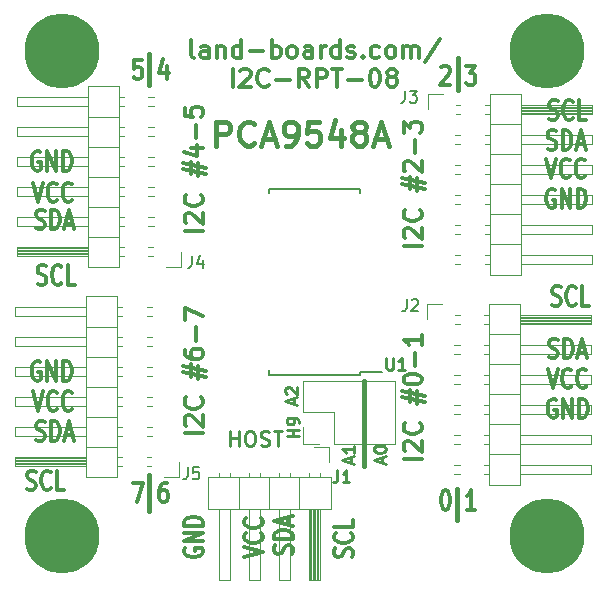
<source format=gto>
%TF.GenerationSoftware,KiCad,Pcbnew,(6.0.1)*%
%TF.CreationDate,2022-05-17T18:17:59-04:00*%
%TF.ProjectId,I2C-RPT-08,4932432d-5250-4542-9d30-382e6b696361,2*%
%TF.SameCoordinates,Original*%
%TF.FileFunction,Legend,Top*%
%TF.FilePolarity,Positive*%
%FSLAX46Y46*%
G04 Gerber Fmt 4.6, Leading zero omitted, Abs format (unit mm)*
G04 Created by KiCad (PCBNEW (6.0.1)) date 2022-05-17 18:17:59*
%MOMM*%
%LPD*%
G01*
G04 APERTURE LIST*
%ADD10C,0.381000*%
%ADD11C,0.304800*%
%ADD12C,0.254000*%
%ADD13C,0.150000*%
%ADD14C,0.120000*%
%ADD15C,6.350000*%
G04 APERTURE END LIST*
D10*
X184505600Y-111887000D02*
X184505600Y-119126000D01*
X192532000Y-87249000D02*
X192532000Y-84582000D01*
X192405000Y-123698000D02*
X192405000Y-121031000D01*
X166370000Y-86868000D02*
X166370000Y-84201000D01*
X166370000Y-122936000D02*
X166370000Y-119888000D01*
D11*
X170869428Y-99205142D02*
X169345428Y-99205142D01*
X169490571Y-98552000D02*
X169418000Y-98479428D01*
X169345428Y-98334285D01*
X169345428Y-97971428D01*
X169418000Y-97826285D01*
X169490571Y-97753714D01*
X169635714Y-97681142D01*
X169780857Y-97681142D01*
X169998571Y-97753714D01*
X170869428Y-98624571D01*
X170869428Y-97681142D01*
X170724285Y-96157142D02*
X170796857Y-96229714D01*
X170869428Y-96447428D01*
X170869428Y-96592571D01*
X170796857Y-96810285D01*
X170651714Y-96955428D01*
X170506571Y-97028000D01*
X170216285Y-97100571D01*
X169998571Y-97100571D01*
X169708285Y-97028000D01*
X169563142Y-96955428D01*
X169418000Y-96810285D01*
X169345428Y-96592571D01*
X169345428Y-96447428D01*
X169418000Y-96229714D01*
X169490571Y-96157142D01*
X169853428Y-94415428D02*
X169853428Y-93326857D01*
X169200285Y-93980000D02*
X171159714Y-94415428D01*
X170506571Y-93472000D02*
X170506571Y-94560571D01*
X171159714Y-93907428D02*
X169200285Y-93472000D01*
X169853428Y-92165714D02*
X170869428Y-92165714D01*
X169272857Y-92528571D02*
X170361428Y-92891428D01*
X170361428Y-91948000D01*
X170288857Y-91367428D02*
X170288857Y-90206285D01*
X169345428Y-88754857D02*
X169345428Y-89480571D01*
X170071142Y-89553142D01*
X169998571Y-89480571D01*
X169926000Y-89335428D01*
X169926000Y-88972571D01*
X169998571Y-88827428D01*
X170071142Y-88754857D01*
X170216285Y-88682285D01*
X170579142Y-88682285D01*
X170724285Y-88754857D01*
X170796857Y-88827428D01*
X170869428Y-88972571D01*
X170869428Y-89335428D01*
X170796857Y-89480571D01*
X170724285Y-89553142D01*
X189411428Y-100475142D02*
X187887428Y-100475142D01*
X188032571Y-99822000D02*
X187960000Y-99749428D01*
X187887428Y-99604285D01*
X187887428Y-99241428D01*
X187960000Y-99096285D01*
X188032571Y-99023714D01*
X188177714Y-98951142D01*
X188322857Y-98951142D01*
X188540571Y-99023714D01*
X189411428Y-99894571D01*
X189411428Y-98951142D01*
X189266285Y-97427142D02*
X189338857Y-97499714D01*
X189411428Y-97717428D01*
X189411428Y-97862571D01*
X189338857Y-98080285D01*
X189193714Y-98225428D01*
X189048571Y-98298000D01*
X188758285Y-98370571D01*
X188540571Y-98370571D01*
X188250285Y-98298000D01*
X188105142Y-98225428D01*
X187960000Y-98080285D01*
X187887428Y-97862571D01*
X187887428Y-97717428D01*
X187960000Y-97499714D01*
X188032571Y-97427142D01*
X188395428Y-95685428D02*
X188395428Y-94596857D01*
X187742285Y-95250000D02*
X189701714Y-95685428D01*
X189048571Y-94742000D02*
X189048571Y-95830571D01*
X189701714Y-95177428D02*
X187742285Y-94742000D01*
X188032571Y-94161428D02*
X187960000Y-94088857D01*
X187887428Y-93943714D01*
X187887428Y-93580857D01*
X187960000Y-93435714D01*
X188032571Y-93363142D01*
X188177714Y-93290571D01*
X188322857Y-93290571D01*
X188540571Y-93363142D01*
X189411428Y-94234000D01*
X189411428Y-93290571D01*
X188830857Y-92637428D02*
X188830857Y-91476285D01*
X187887428Y-90895714D02*
X187887428Y-89952285D01*
X188468000Y-90460285D01*
X188468000Y-90242571D01*
X188540571Y-90097428D01*
X188613142Y-90024857D01*
X188758285Y-89952285D01*
X189121142Y-89952285D01*
X189266285Y-90024857D01*
X189338857Y-90097428D01*
X189411428Y-90242571D01*
X189411428Y-90678000D01*
X189338857Y-90823142D01*
X189266285Y-90895714D01*
X189411428Y-118509142D02*
X187887428Y-118509142D01*
X188032571Y-117856000D02*
X187960000Y-117783428D01*
X187887428Y-117638285D01*
X187887428Y-117275428D01*
X187960000Y-117130285D01*
X188032571Y-117057714D01*
X188177714Y-116985142D01*
X188322857Y-116985142D01*
X188540571Y-117057714D01*
X189411428Y-117928571D01*
X189411428Y-116985142D01*
X189266285Y-115461142D02*
X189338857Y-115533714D01*
X189411428Y-115751428D01*
X189411428Y-115896571D01*
X189338857Y-116114285D01*
X189193714Y-116259428D01*
X189048571Y-116332000D01*
X188758285Y-116404571D01*
X188540571Y-116404571D01*
X188250285Y-116332000D01*
X188105142Y-116259428D01*
X187960000Y-116114285D01*
X187887428Y-115896571D01*
X187887428Y-115751428D01*
X187960000Y-115533714D01*
X188032571Y-115461142D01*
X188395428Y-113719428D02*
X188395428Y-112630857D01*
X187742285Y-113284000D02*
X189701714Y-113719428D01*
X189048571Y-112776000D02*
X189048571Y-113864571D01*
X189701714Y-113211428D02*
X187742285Y-112776000D01*
X187887428Y-111832571D02*
X187887428Y-111687428D01*
X187960000Y-111542285D01*
X188032571Y-111469714D01*
X188177714Y-111397142D01*
X188468000Y-111324571D01*
X188830857Y-111324571D01*
X189121142Y-111397142D01*
X189266285Y-111469714D01*
X189338857Y-111542285D01*
X189411428Y-111687428D01*
X189411428Y-111832571D01*
X189338857Y-111977714D01*
X189266285Y-112050285D01*
X189121142Y-112122857D01*
X188830857Y-112195428D01*
X188468000Y-112195428D01*
X188177714Y-112122857D01*
X188032571Y-112050285D01*
X187960000Y-111977714D01*
X187887428Y-111832571D01*
X188830857Y-110671428D02*
X188830857Y-109510285D01*
X189411428Y-107986285D02*
X189411428Y-108857142D01*
X189411428Y-108421714D02*
X187887428Y-108421714D01*
X188105142Y-108566857D01*
X188250285Y-108712000D01*
X188322857Y-108857142D01*
X191067024Y-85359119D02*
X191127500Y-85280500D01*
X191248453Y-85201880D01*
X191550834Y-85201880D01*
X191671786Y-85280500D01*
X191732262Y-85359119D01*
X191792739Y-85516357D01*
X191792739Y-85673595D01*
X191732262Y-85909452D01*
X191006548Y-86852880D01*
X191792739Y-86852880D01*
X193183691Y-85201880D02*
X193969881Y-85201880D01*
X193546548Y-85830833D01*
X193727977Y-85830833D01*
X193848929Y-85909452D01*
X193909405Y-85988071D01*
X193969881Y-86145309D01*
X193969881Y-86538404D01*
X193909405Y-86695642D01*
X193848929Y-86774261D01*
X193727977Y-86852880D01*
X193365120Y-86852880D01*
X193244167Y-86774261D01*
X193183691Y-86695642D01*
X164971548Y-120507880D02*
X165818215Y-120507880D01*
X165273929Y-122158880D01*
X167813929Y-120507880D02*
X167572024Y-120507880D01*
X167451072Y-120586500D01*
X167390596Y-120665119D01*
X167269643Y-120900976D01*
X167209167Y-121215452D01*
X167209167Y-121844404D01*
X167269643Y-122001642D01*
X167330120Y-122080261D01*
X167451072Y-122158880D01*
X167692977Y-122158880D01*
X167813929Y-122080261D01*
X167874405Y-122001642D01*
X167934881Y-121844404D01*
X167934881Y-121451309D01*
X167874405Y-121294071D01*
X167813929Y-121215452D01*
X167692977Y-121136833D01*
X167451072Y-121136833D01*
X167330120Y-121215452D01*
X167269643Y-121294071D01*
X167209167Y-121451309D01*
X165697262Y-84693880D02*
X165092500Y-84693880D01*
X165032024Y-85480071D01*
X165092500Y-85401452D01*
X165213453Y-85322833D01*
X165515834Y-85322833D01*
X165636786Y-85401452D01*
X165697262Y-85480071D01*
X165757739Y-85637309D01*
X165757739Y-86030404D01*
X165697262Y-86187642D01*
X165636786Y-86266261D01*
X165515834Y-86344880D01*
X165213453Y-86344880D01*
X165092500Y-86266261D01*
X165032024Y-86187642D01*
X167813929Y-85244214D02*
X167813929Y-86344880D01*
X167511548Y-84615261D02*
X167209167Y-85794547D01*
X167995358Y-85794547D01*
X191369405Y-121142880D02*
X191490358Y-121142880D01*
X191611310Y-121221500D01*
X191671786Y-121300119D01*
X191732262Y-121457357D01*
X191792739Y-121771833D01*
X191792739Y-122164928D01*
X191732262Y-122479404D01*
X191671786Y-122636642D01*
X191611310Y-122715261D01*
X191490358Y-122793880D01*
X191369405Y-122793880D01*
X191248453Y-122715261D01*
X191187977Y-122636642D01*
X191127500Y-122479404D01*
X191067024Y-122164928D01*
X191067024Y-121771833D01*
X191127500Y-121457357D01*
X191187977Y-121300119D01*
X191248453Y-121221500D01*
X191369405Y-121142880D01*
X193969881Y-122793880D02*
X193244167Y-122793880D01*
X193607024Y-122793880D02*
X193607024Y-121142880D01*
X193486072Y-121378738D01*
X193365120Y-121535976D01*
X193244167Y-121614595D01*
D12*
X183430333Y-118835714D02*
X183430333Y-118351904D01*
X183720619Y-118932476D02*
X182704619Y-118593809D01*
X183720619Y-118255142D01*
X183720619Y-117384285D02*
X183720619Y-117964857D01*
X183720619Y-117674571D02*
X182704619Y-117674571D01*
X182849761Y-117771333D01*
X182946523Y-117868095D01*
X182994904Y-117964857D01*
D11*
X156777024Y-116873261D02*
X156958453Y-116951880D01*
X157260834Y-116951880D01*
X157381786Y-116873261D01*
X157442262Y-116794642D01*
X157502739Y-116637404D01*
X157502739Y-116480166D01*
X157442262Y-116322928D01*
X157381786Y-116244309D01*
X157260834Y-116165690D01*
X157018929Y-116087071D01*
X156897977Y-116008452D01*
X156837500Y-115929833D01*
X156777024Y-115772595D01*
X156777024Y-115615357D01*
X156837500Y-115458119D01*
X156897977Y-115379500D01*
X157018929Y-115300880D01*
X157321310Y-115300880D01*
X157502739Y-115379500D01*
X158047024Y-116951880D02*
X158047024Y-115300880D01*
X158349405Y-115300880D01*
X158530834Y-115379500D01*
X158651786Y-115536738D01*
X158712262Y-115693976D01*
X158772739Y-116008452D01*
X158772739Y-116244309D01*
X158712262Y-116558785D01*
X158651786Y-116716023D01*
X158530834Y-116873261D01*
X158349405Y-116951880D01*
X158047024Y-116951880D01*
X159256548Y-116480166D02*
X159861310Y-116480166D01*
X159135596Y-116951880D02*
X159558929Y-115300880D01*
X159982262Y-116951880D01*
X200682739Y-95694500D02*
X200561786Y-95615880D01*
X200380358Y-95615880D01*
X200198929Y-95694500D01*
X200077977Y-95851738D01*
X200017500Y-96008976D01*
X199957024Y-96323452D01*
X199957024Y-96559309D01*
X200017500Y-96873785D01*
X200077977Y-97031023D01*
X200198929Y-97188261D01*
X200380358Y-97266880D01*
X200501310Y-97266880D01*
X200682739Y-97188261D01*
X200743215Y-97109642D01*
X200743215Y-96559309D01*
X200501310Y-96559309D01*
X201287500Y-97266880D02*
X201287500Y-95615880D01*
X202013215Y-97266880D01*
X202013215Y-95615880D01*
X202617977Y-97266880D02*
X202617977Y-95615880D01*
X202920358Y-95615880D01*
X203101786Y-95694500D01*
X203222739Y-95851738D01*
X203283215Y-96008976D01*
X203343691Y-96323452D01*
X203343691Y-96559309D01*
X203283215Y-96873785D01*
X203222739Y-97031023D01*
X203101786Y-97188261D01*
X202920358Y-97266880D01*
X202617977Y-97266880D01*
D12*
X186097333Y-118835714D02*
X186097333Y-118351904D01*
X186387619Y-118932476D02*
X185371619Y-118593809D01*
X186387619Y-118255142D01*
X185371619Y-117722952D02*
X185371619Y-117626190D01*
X185420000Y-117529428D01*
X185468380Y-117481047D01*
X185565142Y-117432666D01*
X185758666Y-117384285D01*
X186000571Y-117384285D01*
X186194095Y-117432666D01*
X186290857Y-117481047D01*
X186339238Y-117529428D01*
X186387619Y-117626190D01*
X186387619Y-117722952D01*
X186339238Y-117819714D01*
X186290857Y-117868095D01*
X186194095Y-117916476D01*
X186000571Y-117964857D01*
X185758666Y-117964857D01*
X185565142Y-117916476D01*
X185468380Y-117868095D01*
X185420000Y-117819714D01*
X185371619Y-117722952D01*
D11*
X200211024Y-89695261D02*
X200392453Y-89773880D01*
X200694834Y-89773880D01*
X200815786Y-89695261D01*
X200876262Y-89616642D01*
X200936739Y-89459404D01*
X200936739Y-89302166D01*
X200876262Y-89144928D01*
X200815786Y-89066309D01*
X200694834Y-88987690D01*
X200452929Y-88909071D01*
X200331977Y-88830452D01*
X200271500Y-88751833D01*
X200211024Y-88594595D01*
X200211024Y-88437357D01*
X200271500Y-88280119D01*
X200331977Y-88201500D01*
X200452929Y-88122880D01*
X200755310Y-88122880D01*
X200936739Y-88201500D01*
X202206739Y-89616642D02*
X202146262Y-89695261D01*
X201964834Y-89773880D01*
X201843881Y-89773880D01*
X201662453Y-89695261D01*
X201541500Y-89538023D01*
X201481024Y-89380785D01*
X201420548Y-89066309D01*
X201420548Y-88830452D01*
X201481024Y-88515976D01*
X201541500Y-88358738D01*
X201662453Y-88201500D01*
X201843881Y-88122880D01*
X201964834Y-88122880D01*
X202146262Y-88201500D01*
X202206739Y-88280119D01*
X203355786Y-89773880D02*
X202751024Y-89773880D01*
X202751024Y-88122880D01*
X200084024Y-92235261D02*
X200265453Y-92313880D01*
X200567834Y-92313880D01*
X200688786Y-92235261D01*
X200749262Y-92156642D01*
X200809739Y-91999404D01*
X200809739Y-91842166D01*
X200749262Y-91684928D01*
X200688786Y-91606309D01*
X200567834Y-91527690D01*
X200325929Y-91449071D01*
X200204977Y-91370452D01*
X200144500Y-91291833D01*
X200084024Y-91134595D01*
X200084024Y-90977357D01*
X200144500Y-90820119D01*
X200204977Y-90741500D01*
X200325929Y-90662880D01*
X200628310Y-90662880D01*
X200809739Y-90741500D01*
X201354024Y-92313880D02*
X201354024Y-90662880D01*
X201656405Y-90662880D01*
X201837834Y-90741500D01*
X201958786Y-90898738D01*
X202019262Y-91055976D01*
X202079739Y-91370452D01*
X202079739Y-91606309D01*
X202019262Y-91920785D01*
X201958786Y-92078023D01*
X201837834Y-92235261D01*
X201656405Y-92313880D01*
X201354024Y-92313880D01*
X202563548Y-91842166D02*
X203168310Y-91842166D01*
X202442596Y-92313880D02*
X202865929Y-90662880D01*
X203289262Y-92313880D01*
X157121739Y-110299500D02*
X157000786Y-110220880D01*
X156819358Y-110220880D01*
X156637929Y-110299500D01*
X156516977Y-110456738D01*
X156456500Y-110613976D01*
X156396024Y-110928452D01*
X156396024Y-111164309D01*
X156456500Y-111478785D01*
X156516977Y-111636023D01*
X156637929Y-111793261D01*
X156819358Y-111871880D01*
X156940310Y-111871880D01*
X157121739Y-111793261D01*
X157182215Y-111714642D01*
X157182215Y-111164309D01*
X156940310Y-111164309D01*
X157726500Y-111871880D02*
X157726500Y-110220880D01*
X158452215Y-111871880D01*
X158452215Y-110220880D01*
X159056977Y-111871880D02*
X159056977Y-110220880D01*
X159359358Y-110220880D01*
X159540786Y-110299500D01*
X159661739Y-110456738D01*
X159722215Y-110613976D01*
X159782691Y-110928452D01*
X159782691Y-111164309D01*
X159722215Y-111478785D01*
X159661739Y-111636023D01*
X159540786Y-111793261D01*
X159359358Y-111871880D01*
X159056977Y-111871880D01*
X199963072Y-93075880D02*
X200386405Y-94726880D01*
X200809739Y-93075880D01*
X201958786Y-94569642D02*
X201898310Y-94648261D01*
X201716881Y-94726880D01*
X201595929Y-94726880D01*
X201414500Y-94648261D01*
X201293548Y-94491023D01*
X201233072Y-94333785D01*
X201172596Y-94019309D01*
X201172596Y-93783452D01*
X201233072Y-93468976D01*
X201293548Y-93311738D01*
X201414500Y-93154500D01*
X201595929Y-93075880D01*
X201716881Y-93075880D01*
X201898310Y-93154500D01*
X201958786Y-93233119D01*
X203228786Y-94569642D02*
X203168310Y-94648261D01*
X202986881Y-94726880D01*
X202865929Y-94726880D01*
X202684500Y-94648261D01*
X202563548Y-94491023D01*
X202503072Y-94333785D01*
X202442596Y-94019309D01*
X202442596Y-93783452D01*
X202503072Y-93468976D01*
X202563548Y-93311738D01*
X202684500Y-93154500D01*
X202865929Y-93075880D01*
X202986881Y-93075880D01*
X203168310Y-93154500D01*
X203228786Y-93233119D01*
X200090072Y-110855880D02*
X200513405Y-112506880D01*
X200936739Y-110855880D01*
X202085786Y-112349642D02*
X202025310Y-112428261D01*
X201843881Y-112506880D01*
X201722929Y-112506880D01*
X201541500Y-112428261D01*
X201420548Y-112271023D01*
X201360072Y-112113785D01*
X201299596Y-111799309D01*
X201299596Y-111563452D01*
X201360072Y-111248976D01*
X201420548Y-111091738D01*
X201541500Y-110934500D01*
X201722929Y-110855880D01*
X201843881Y-110855880D01*
X202025310Y-110934500D01*
X202085786Y-111013119D01*
X203355786Y-112349642D02*
X203295310Y-112428261D01*
X203113881Y-112506880D01*
X202992929Y-112506880D01*
X202811500Y-112428261D01*
X202690548Y-112271023D01*
X202630072Y-112113785D01*
X202569596Y-111799309D01*
X202569596Y-111563452D01*
X202630072Y-111248976D01*
X202690548Y-111091738D01*
X202811500Y-110934500D01*
X202992929Y-110855880D01*
X203113881Y-110855880D01*
X203295310Y-110934500D01*
X203355786Y-111013119D01*
D10*
X172036619Y-91978238D02*
X172036619Y-89946238D01*
X172810714Y-89946238D01*
X173004238Y-90043000D01*
X173101000Y-90139761D01*
X173197761Y-90333285D01*
X173197761Y-90623571D01*
X173101000Y-90817095D01*
X173004238Y-90913857D01*
X172810714Y-91010619D01*
X172036619Y-91010619D01*
X175229761Y-91784714D02*
X175133000Y-91881476D01*
X174842714Y-91978238D01*
X174649190Y-91978238D01*
X174358904Y-91881476D01*
X174165380Y-91687952D01*
X174068619Y-91494428D01*
X173971857Y-91107380D01*
X173971857Y-90817095D01*
X174068619Y-90430047D01*
X174165380Y-90236523D01*
X174358904Y-90043000D01*
X174649190Y-89946238D01*
X174842714Y-89946238D01*
X175133000Y-90043000D01*
X175229761Y-90139761D01*
X176003857Y-91397666D02*
X176971476Y-91397666D01*
X175810333Y-91978238D02*
X176487666Y-89946238D01*
X177165000Y-91978238D01*
X177939095Y-91978238D02*
X178326142Y-91978238D01*
X178519666Y-91881476D01*
X178616428Y-91784714D01*
X178809952Y-91494428D01*
X178906714Y-91107380D01*
X178906714Y-90333285D01*
X178809952Y-90139761D01*
X178713190Y-90043000D01*
X178519666Y-89946238D01*
X178132619Y-89946238D01*
X177939095Y-90043000D01*
X177842333Y-90139761D01*
X177745571Y-90333285D01*
X177745571Y-90817095D01*
X177842333Y-91010619D01*
X177939095Y-91107380D01*
X178132619Y-91204142D01*
X178519666Y-91204142D01*
X178713190Y-91107380D01*
X178809952Y-91010619D01*
X178906714Y-90817095D01*
X180745190Y-89946238D02*
X179777571Y-89946238D01*
X179680809Y-90913857D01*
X179777571Y-90817095D01*
X179971095Y-90720333D01*
X180454904Y-90720333D01*
X180648428Y-90817095D01*
X180745190Y-90913857D01*
X180841952Y-91107380D01*
X180841952Y-91591190D01*
X180745190Y-91784714D01*
X180648428Y-91881476D01*
X180454904Y-91978238D01*
X179971095Y-91978238D01*
X179777571Y-91881476D01*
X179680809Y-91784714D01*
X182583666Y-90623571D02*
X182583666Y-91978238D01*
X182099857Y-89849476D02*
X181616047Y-91300904D01*
X182873952Y-91300904D01*
X183938333Y-90817095D02*
X183744809Y-90720333D01*
X183648047Y-90623571D01*
X183551285Y-90430047D01*
X183551285Y-90333285D01*
X183648047Y-90139761D01*
X183744809Y-90043000D01*
X183938333Y-89946238D01*
X184325380Y-89946238D01*
X184518904Y-90043000D01*
X184615666Y-90139761D01*
X184712428Y-90333285D01*
X184712428Y-90430047D01*
X184615666Y-90623571D01*
X184518904Y-90720333D01*
X184325380Y-90817095D01*
X183938333Y-90817095D01*
X183744809Y-90913857D01*
X183648047Y-91010619D01*
X183551285Y-91204142D01*
X183551285Y-91591190D01*
X183648047Y-91784714D01*
X183744809Y-91881476D01*
X183938333Y-91978238D01*
X184325380Y-91978238D01*
X184518904Y-91881476D01*
X184615666Y-91784714D01*
X184712428Y-91591190D01*
X184712428Y-91204142D01*
X184615666Y-91010619D01*
X184518904Y-90913857D01*
X184325380Y-90817095D01*
X185486523Y-91397666D02*
X186454142Y-91397666D01*
X185293000Y-91978238D02*
X185970333Y-89946238D01*
X186647666Y-91978238D01*
D11*
X156777024Y-98966261D02*
X156958453Y-99044880D01*
X157260834Y-99044880D01*
X157381786Y-98966261D01*
X157442262Y-98887642D01*
X157502739Y-98730404D01*
X157502739Y-98573166D01*
X157442262Y-98415928D01*
X157381786Y-98337309D01*
X157260834Y-98258690D01*
X157018929Y-98180071D01*
X156897977Y-98101452D01*
X156837500Y-98022833D01*
X156777024Y-97865595D01*
X156777024Y-97708357D01*
X156837500Y-97551119D01*
X156897977Y-97472500D01*
X157018929Y-97393880D01*
X157321310Y-97393880D01*
X157502739Y-97472500D01*
X158047024Y-99044880D02*
X158047024Y-97393880D01*
X158349405Y-97393880D01*
X158530834Y-97472500D01*
X158651786Y-97629738D01*
X158712262Y-97786976D01*
X158772739Y-98101452D01*
X158772739Y-98337309D01*
X158712262Y-98651785D01*
X158651786Y-98809023D01*
X158530834Y-98966261D01*
X158349405Y-99044880D01*
X158047024Y-99044880D01*
X159256548Y-98573166D02*
X159861310Y-98573166D01*
X159135596Y-99044880D02*
X159558929Y-97393880D01*
X159982262Y-99044880D01*
X156529072Y-112760880D02*
X156952405Y-114411880D01*
X157375739Y-112760880D01*
X158524786Y-114254642D02*
X158464310Y-114333261D01*
X158282881Y-114411880D01*
X158161929Y-114411880D01*
X157980500Y-114333261D01*
X157859548Y-114176023D01*
X157799072Y-114018785D01*
X157738596Y-113704309D01*
X157738596Y-113468452D01*
X157799072Y-113153976D01*
X157859548Y-112996738D01*
X157980500Y-112839500D01*
X158161929Y-112760880D01*
X158282881Y-112760880D01*
X158464310Y-112839500D01*
X158524786Y-112918119D01*
X159794786Y-114254642D02*
X159734310Y-114333261D01*
X159552881Y-114411880D01*
X159431929Y-114411880D01*
X159250500Y-114333261D01*
X159129548Y-114176023D01*
X159069072Y-114018785D01*
X159008596Y-113704309D01*
X159008596Y-113468452D01*
X159069072Y-113153976D01*
X159129548Y-112996738D01*
X159250500Y-112839500D01*
X159431929Y-112760880D01*
X159552881Y-112760880D01*
X159734310Y-112839500D01*
X159794786Y-112918119D01*
X178468261Y-126559975D02*
X178546880Y-126378546D01*
X178546880Y-126076165D01*
X178468261Y-125955213D01*
X178389642Y-125894737D01*
X178232404Y-125834260D01*
X178075166Y-125834260D01*
X177917928Y-125894737D01*
X177839309Y-125955213D01*
X177760690Y-126076165D01*
X177682071Y-126318070D01*
X177603452Y-126439022D01*
X177524833Y-126499499D01*
X177367595Y-126559975D01*
X177210357Y-126559975D01*
X177053119Y-126499499D01*
X176974500Y-126439022D01*
X176895880Y-126318070D01*
X176895880Y-126015689D01*
X176974500Y-125834260D01*
X178546880Y-125289975D02*
X176895880Y-125289975D01*
X176895880Y-124987594D01*
X176974500Y-124806165D01*
X177131738Y-124685213D01*
X177288976Y-124624737D01*
X177603452Y-124564260D01*
X177839309Y-124564260D01*
X178153785Y-124624737D01*
X178311023Y-124685213D01*
X178468261Y-124806165D01*
X178546880Y-124987594D01*
X178546880Y-125289975D01*
X178075166Y-124080451D02*
X178075166Y-123475689D01*
X178546880Y-124201403D02*
X176895880Y-123778070D01*
X178546880Y-123354737D01*
X174355880Y-126807927D02*
X176006880Y-126384594D01*
X174355880Y-125961260D01*
X175849642Y-124812213D02*
X175928261Y-124872689D01*
X176006880Y-125054118D01*
X176006880Y-125175070D01*
X175928261Y-125356499D01*
X175771023Y-125477451D01*
X175613785Y-125537927D01*
X175299309Y-125598403D01*
X175063452Y-125598403D01*
X174748976Y-125537927D01*
X174591738Y-125477451D01*
X174434500Y-125356499D01*
X174355880Y-125175070D01*
X174355880Y-125054118D01*
X174434500Y-124872689D01*
X174513119Y-124812213D01*
X175849642Y-123542213D02*
X175928261Y-123602689D01*
X176006880Y-123784118D01*
X176006880Y-123905070D01*
X175928261Y-124086499D01*
X175771023Y-124207451D01*
X175613785Y-124267927D01*
X175299309Y-124328403D01*
X175063452Y-124328403D01*
X174748976Y-124267927D01*
X174591738Y-124207451D01*
X174434500Y-124086499D01*
X174355880Y-123905070D01*
X174355880Y-123784118D01*
X174434500Y-123602689D01*
X174513119Y-123542213D01*
X156904024Y-103665261D02*
X157085453Y-103743880D01*
X157387834Y-103743880D01*
X157508786Y-103665261D01*
X157569262Y-103586642D01*
X157629739Y-103429404D01*
X157629739Y-103272166D01*
X157569262Y-103114928D01*
X157508786Y-103036309D01*
X157387834Y-102957690D01*
X157145929Y-102879071D01*
X157024977Y-102800452D01*
X156964500Y-102721833D01*
X156904024Y-102564595D01*
X156904024Y-102407357D01*
X156964500Y-102250119D01*
X157024977Y-102171500D01*
X157145929Y-102092880D01*
X157448310Y-102092880D01*
X157629739Y-102171500D01*
X158899739Y-103586642D02*
X158839262Y-103665261D01*
X158657834Y-103743880D01*
X158536881Y-103743880D01*
X158355453Y-103665261D01*
X158234500Y-103508023D01*
X158174024Y-103350785D01*
X158113548Y-103036309D01*
X158113548Y-102800452D01*
X158174024Y-102485976D01*
X158234500Y-102328738D01*
X158355453Y-102171500D01*
X158536881Y-102092880D01*
X158657834Y-102092880D01*
X158839262Y-102171500D01*
X158899739Y-102250119D01*
X160048786Y-103743880D02*
X159444024Y-103743880D01*
X159444024Y-102092880D01*
D12*
X173187480Y-117414523D02*
X173187480Y-116144523D01*
X173187480Y-116749285D02*
X173913195Y-116749285D01*
X173913195Y-117414523D02*
X173913195Y-116144523D01*
X174759861Y-116144523D02*
X175001766Y-116144523D01*
X175122719Y-116205000D01*
X175243671Y-116325952D01*
X175304147Y-116567857D01*
X175304147Y-116991190D01*
X175243671Y-117233095D01*
X175122719Y-117354047D01*
X175001766Y-117414523D01*
X174759861Y-117414523D01*
X174638909Y-117354047D01*
X174517957Y-117233095D01*
X174457480Y-116991190D01*
X174457480Y-116567857D01*
X174517957Y-116325952D01*
X174638909Y-116205000D01*
X174759861Y-116144523D01*
X175787957Y-117354047D02*
X175969385Y-117414523D01*
X176271766Y-117414523D01*
X176392719Y-117354047D01*
X176453195Y-117293571D01*
X176513671Y-117172619D01*
X176513671Y-117051666D01*
X176453195Y-116930714D01*
X176392719Y-116870238D01*
X176271766Y-116809761D01*
X176029861Y-116749285D01*
X175908909Y-116688809D01*
X175848433Y-116628333D01*
X175787957Y-116507380D01*
X175787957Y-116386428D01*
X175848433Y-116265476D01*
X175908909Y-116205000D01*
X176029861Y-116144523D01*
X176332242Y-116144523D01*
X176513671Y-116205000D01*
X176876528Y-116144523D02*
X177602242Y-116144523D01*
X177239385Y-117414523D02*
X177239385Y-116144523D01*
D11*
X200465024Y-105443261D02*
X200646453Y-105521880D01*
X200948834Y-105521880D01*
X201069786Y-105443261D01*
X201130262Y-105364642D01*
X201190739Y-105207404D01*
X201190739Y-105050166D01*
X201130262Y-104892928D01*
X201069786Y-104814309D01*
X200948834Y-104735690D01*
X200706929Y-104657071D01*
X200585977Y-104578452D01*
X200525500Y-104499833D01*
X200465024Y-104342595D01*
X200465024Y-104185357D01*
X200525500Y-104028119D01*
X200585977Y-103949500D01*
X200706929Y-103870880D01*
X201009310Y-103870880D01*
X201190739Y-103949500D01*
X202460739Y-105364642D02*
X202400262Y-105443261D01*
X202218834Y-105521880D01*
X202097881Y-105521880D01*
X201916453Y-105443261D01*
X201795500Y-105286023D01*
X201735024Y-105128785D01*
X201674548Y-104814309D01*
X201674548Y-104578452D01*
X201735024Y-104263976D01*
X201795500Y-104106738D01*
X201916453Y-103949500D01*
X202097881Y-103870880D01*
X202218834Y-103870880D01*
X202400262Y-103949500D01*
X202460739Y-104028119D01*
X203609786Y-105521880D02*
X203005024Y-105521880D01*
X203005024Y-103870880D01*
X200809739Y-113474500D02*
X200688786Y-113395880D01*
X200507358Y-113395880D01*
X200325929Y-113474500D01*
X200204977Y-113631738D01*
X200144500Y-113788976D01*
X200084024Y-114103452D01*
X200084024Y-114339309D01*
X200144500Y-114653785D01*
X200204977Y-114811023D01*
X200325929Y-114968261D01*
X200507358Y-115046880D01*
X200628310Y-115046880D01*
X200809739Y-114968261D01*
X200870215Y-114889642D01*
X200870215Y-114339309D01*
X200628310Y-114339309D01*
X201414500Y-115046880D02*
X201414500Y-113395880D01*
X202140215Y-115046880D01*
X202140215Y-113395880D01*
X202744977Y-115046880D02*
X202744977Y-113395880D01*
X203047358Y-113395880D01*
X203228786Y-113474500D01*
X203349739Y-113631738D01*
X203410215Y-113788976D01*
X203470691Y-114103452D01*
X203470691Y-114339309D01*
X203410215Y-114653785D01*
X203349739Y-114811023D01*
X203228786Y-114968261D01*
X203047358Y-115046880D01*
X202744977Y-115046880D01*
X183548261Y-126813975D02*
X183626880Y-126632546D01*
X183626880Y-126330165D01*
X183548261Y-126209213D01*
X183469642Y-126148737D01*
X183312404Y-126088260D01*
X183155166Y-126088260D01*
X182997928Y-126148737D01*
X182919309Y-126209213D01*
X182840690Y-126330165D01*
X182762071Y-126572070D01*
X182683452Y-126693022D01*
X182604833Y-126753499D01*
X182447595Y-126813975D01*
X182290357Y-126813975D01*
X182133119Y-126753499D01*
X182054500Y-126693022D01*
X181975880Y-126572070D01*
X181975880Y-126269689D01*
X182054500Y-126088260D01*
X183469642Y-124818260D02*
X183548261Y-124878737D01*
X183626880Y-125060165D01*
X183626880Y-125181118D01*
X183548261Y-125362546D01*
X183391023Y-125483499D01*
X183233785Y-125543975D01*
X182919309Y-125604451D01*
X182683452Y-125604451D01*
X182368976Y-125543975D01*
X182211738Y-125483499D01*
X182054500Y-125362546D01*
X181975880Y-125181118D01*
X181975880Y-125060165D01*
X182054500Y-124878737D01*
X182133119Y-124818260D01*
X183626880Y-123669213D02*
X183626880Y-124273975D01*
X181975880Y-124273975D01*
X156529072Y-95107880D02*
X156952405Y-96758880D01*
X157375739Y-95107880D01*
X158524786Y-96601642D02*
X158464310Y-96680261D01*
X158282881Y-96758880D01*
X158161929Y-96758880D01*
X157980500Y-96680261D01*
X157859548Y-96523023D01*
X157799072Y-96365785D01*
X157738596Y-96051309D01*
X157738596Y-95815452D01*
X157799072Y-95500976D01*
X157859548Y-95343738D01*
X157980500Y-95186500D01*
X158161929Y-95107880D01*
X158282881Y-95107880D01*
X158464310Y-95186500D01*
X158524786Y-95265119D01*
X159794786Y-96601642D02*
X159734310Y-96680261D01*
X159552881Y-96758880D01*
X159431929Y-96758880D01*
X159250500Y-96680261D01*
X159129548Y-96523023D01*
X159069072Y-96365785D01*
X159008596Y-96051309D01*
X159008596Y-95815452D01*
X159069072Y-95500976D01*
X159129548Y-95343738D01*
X159250500Y-95186500D01*
X159431929Y-95107880D01*
X159552881Y-95107880D01*
X159734310Y-95186500D01*
X159794786Y-95265119D01*
X157121739Y-92519500D02*
X157000786Y-92440880D01*
X156819358Y-92440880D01*
X156637929Y-92519500D01*
X156516977Y-92676738D01*
X156456500Y-92833976D01*
X156396024Y-93148452D01*
X156396024Y-93384309D01*
X156456500Y-93698785D01*
X156516977Y-93856023D01*
X156637929Y-94013261D01*
X156819358Y-94091880D01*
X156940310Y-94091880D01*
X157121739Y-94013261D01*
X157182215Y-93934642D01*
X157182215Y-93384309D01*
X156940310Y-93384309D01*
X157726500Y-94091880D02*
X157726500Y-92440880D01*
X158452215Y-94091880D01*
X158452215Y-92440880D01*
X159056977Y-94091880D02*
X159056977Y-92440880D01*
X159359358Y-92440880D01*
X159540786Y-92519500D01*
X159661739Y-92676738D01*
X159722215Y-92833976D01*
X159782691Y-93148452D01*
X159782691Y-93384309D01*
X159722215Y-93698785D01*
X159661739Y-93856023D01*
X159540786Y-94013261D01*
X159359358Y-94091880D01*
X159056977Y-94091880D01*
X156015024Y-121064261D02*
X156196453Y-121142880D01*
X156498834Y-121142880D01*
X156619786Y-121064261D01*
X156680262Y-120985642D01*
X156740739Y-120828404D01*
X156740739Y-120671166D01*
X156680262Y-120513928D01*
X156619786Y-120435309D01*
X156498834Y-120356690D01*
X156256929Y-120278071D01*
X156135977Y-120199452D01*
X156075500Y-120120833D01*
X156015024Y-119963595D01*
X156015024Y-119806357D01*
X156075500Y-119649119D01*
X156135977Y-119570500D01*
X156256929Y-119491880D01*
X156559310Y-119491880D01*
X156740739Y-119570500D01*
X158010739Y-120985642D02*
X157950262Y-121064261D01*
X157768834Y-121142880D01*
X157647881Y-121142880D01*
X157466453Y-121064261D01*
X157345500Y-120907023D01*
X157285024Y-120749785D01*
X157224548Y-120435309D01*
X157224548Y-120199452D01*
X157285024Y-119884976D01*
X157345500Y-119727738D01*
X157466453Y-119570500D01*
X157647881Y-119491880D01*
X157768834Y-119491880D01*
X157950262Y-119570500D01*
X158010739Y-119649119D01*
X159159786Y-121142880D02*
X158555024Y-121142880D01*
X158555024Y-119491880D01*
D12*
X178604333Y-113882714D02*
X178604333Y-113398904D01*
X178894619Y-113979476D02*
X177878619Y-113640809D01*
X178894619Y-113302142D01*
X177975380Y-113011857D02*
X177927000Y-112963476D01*
X177878619Y-112866714D01*
X177878619Y-112624809D01*
X177927000Y-112528047D01*
X177975380Y-112479666D01*
X178072142Y-112431285D01*
X178168904Y-112431285D01*
X178314047Y-112479666D01*
X178894619Y-113060238D01*
X178894619Y-112431285D01*
D11*
X170143714Y-84552608D02*
X169998571Y-84480037D01*
X169926000Y-84334894D01*
X169926000Y-83028608D01*
X171377428Y-84552608D02*
X171377428Y-83754322D01*
X171304857Y-83609180D01*
X171159714Y-83536608D01*
X170869428Y-83536608D01*
X170724285Y-83609180D01*
X171377428Y-84480037D02*
X171232285Y-84552608D01*
X170869428Y-84552608D01*
X170724285Y-84480037D01*
X170651714Y-84334894D01*
X170651714Y-84189751D01*
X170724285Y-84044608D01*
X170869428Y-83972037D01*
X171232285Y-83972037D01*
X171377428Y-83899465D01*
X172103142Y-83536608D02*
X172103142Y-84552608D01*
X172103142Y-83681751D02*
X172175714Y-83609180D01*
X172320857Y-83536608D01*
X172538571Y-83536608D01*
X172683714Y-83609180D01*
X172756285Y-83754322D01*
X172756285Y-84552608D01*
X174135142Y-84552608D02*
X174135142Y-83028608D01*
X174135142Y-84480037D02*
X173990000Y-84552608D01*
X173699714Y-84552608D01*
X173554571Y-84480037D01*
X173482000Y-84407465D01*
X173409428Y-84262322D01*
X173409428Y-83826894D01*
X173482000Y-83681751D01*
X173554571Y-83609180D01*
X173699714Y-83536608D01*
X173990000Y-83536608D01*
X174135142Y-83609180D01*
X174860857Y-83972037D02*
X176022000Y-83972037D01*
X176747714Y-84552608D02*
X176747714Y-83028608D01*
X176747714Y-83609180D02*
X176892857Y-83536608D01*
X177183142Y-83536608D01*
X177328285Y-83609180D01*
X177400857Y-83681751D01*
X177473428Y-83826894D01*
X177473428Y-84262322D01*
X177400857Y-84407465D01*
X177328285Y-84480037D01*
X177183142Y-84552608D01*
X176892857Y-84552608D01*
X176747714Y-84480037D01*
X178344285Y-84552608D02*
X178199142Y-84480037D01*
X178126571Y-84407465D01*
X178054000Y-84262322D01*
X178054000Y-83826894D01*
X178126571Y-83681751D01*
X178199142Y-83609180D01*
X178344285Y-83536608D01*
X178562000Y-83536608D01*
X178707142Y-83609180D01*
X178779714Y-83681751D01*
X178852285Y-83826894D01*
X178852285Y-84262322D01*
X178779714Y-84407465D01*
X178707142Y-84480037D01*
X178562000Y-84552608D01*
X178344285Y-84552608D01*
X180158571Y-84552608D02*
X180158571Y-83754322D01*
X180086000Y-83609180D01*
X179940857Y-83536608D01*
X179650571Y-83536608D01*
X179505428Y-83609180D01*
X180158571Y-84480037D02*
X180013428Y-84552608D01*
X179650571Y-84552608D01*
X179505428Y-84480037D01*
X179432857Y-84334894D01*
X179432857Y-84189751D01*
X179505428Y-84044608D01*
X179650571Y-83972037D01*
X180013428Y-83972037D01*
X180158571Y-83899465D01*
X180884285Y-84552608D02*
X180884285Y-83536608D01*
X180884285Y-83826894D02*
X180956857Y-83681751D01*
X181029428Y-83609180D01*
X181174571Y-83536608D01*
X181319714Y-83536608D01*
X182480857Y-84552608D02*
X182480857Y-83028608D01*
X182480857Y-84480037D02*
X182335714Y-84552608D01*
X182045428Y-84552608D01*
X181900285Y-84480037D01*
X181827714Y-84407465D01*
X181755142Y-84262322D01*
X181755142Y-83826894D01*
X181827714Y-83681751D01*
X181900285Y-83609180D01*
X182045428Y-83536608D01*
X182335714Y-83536608D01*
X182480857Y-83609180D01*
X183134000Y-84480037D02*
X183279142Y-84552608D01*
X183569428Y-84552608D01*
X183714571Y-84480037D01*
X183787142Y-84334894D01*
X183787142Y-84262322D01*
X183714571Y-84117180D01*
X183569428Y-84044608D01*
X183351714Y-84044608D01*
X183206571Y-83972037D01*
X183134000Y-83826894D01*
X183134000Y-83754322D01*
X183206571Y-83609180D01*
X183351714Y-83536608D01*
X183569428Y-83536608D01*
X183714571Y-83609180D01*
X184440285Y-84407465D02*
X184512857Y-84480037D01*
X184440285Y-84552608D01*
X184367714Y-84480037D01*
X184440285Y-84407465D01*
X184440285Y-84552608D01*
X185819142Y-84480037D02*
X185674000Y-84552608D01*
X185383714Y-84552608D01*
X185238571Y-84480037D01*
X185166000Y-84407465D01*
X185093428Y-84262322D01*
X185093428Y-83826894D01*
X185166000Y-83681751D01*
X185238571Y-83609180D01*
X185383714Y-83536608D01*
X185674000Y-83536608D01*
X185819142Y-83609180D01*
X186690000Y-84552608D02*
X186544857Y-84480037D01*
X186472285Y-84407465D01*
X186399714Y-84262322D01*
X186399714Y-83826894D01*
X186472285Y-83681751D01*
X186544857Y-83609180D01*
X186690000Y-83536608D01*
X186907714Y-83536608D01*
X187052857Y-83609180D01*
X187125428Y-83681751D01*
X187198000Y-83826894D01*
X187198000Y-84262322D01*
X187125428Y-84407465D01*
X187052857Y-84480037D01*
X186907714Y-84552608D01*
X186690000Y-84552608D01*
X187851142Y-84552608D02*
X187851142Y-83536608D01*
X187851142Y-83681751D02*
X187923714Y-83609180D01*
X188068857Y-83536608D01*
X188286571Y-83536608D01*
X188431714Y-83609180D01*
X188504285Y-83754322D01*
X188504285Y-84552608D01*
X188504285Y-83754322D02*
X188576857Y-83609180D01*
X188722000Y-83536608D01*
X188939714Y-83536608D01*
X189084857Y-83609180D01*
X189157428Y-83754322D01*
X189157428Y-84552608D01*
X190971714Y-82956037D02*
X189665428Y-84915465D01*
X173409428Y-87006248D02*
X173409428Y-85482248D01*
X174062571Y-85627391D02*
X174135142Y-85554820D01*
X174280285Y-85482248D01*
X174643142Y-85482248D01*
X174788285Y-85554820D01*
X174860857Y-85627391D01*
X174933428Y-85772534D01*
X174933428Y-85917677D01*
X174860857Y-86135391D01*
X173990000Y-87006248D01*
X174933428Y-87006248D01*
X176457428Y-86861105D02*
X176384857Y-86933677D01*
X176167142Y-87006248D01*
X176022000Y-87006248D01*
X175804285Y-86933677D01*
X175659142Y-86788534D01*
X175586571Y-86643391D01*
X175514000Y-86353105D01*
X175514000Y-86135391D01*
X175586571Y-85845105D01*
X175659142Y-85699962D01*
X175804285Y-85554820D01*
X176022000Y-85482248D01*
X176167142Y-85482248D01*
X176384857Y-85554820D01*
X176457428Y-85627391D01*
X177110571Y-86425677D02*
X178271714Y-86425677D01*
X179868285Y-87006248D02*
X179360285Y-86280534D01*
X178997428Y-87006248D02*
X178997428Y-85482248D01*
X179578000Y-85482248D01*
X179723142Y-85554820D01*
X179795714Y-85627391D01*
X179868285Y-85772534D01*
X179868285Y-85990248D01*
X179795714Y-86135391D01*
X179723142Y-86207962D01*
X179578000Y-86280534D01*
X178997428Y-86280534D01*
X180521428Y-87006248D02*
X180521428Y-85482248D01*
X181102000Y-85482248D01*
X181247142Y-85554820D01*
X181319714Y-85627391D01*
X181392285Y-85772534D01*
X181392285Y-85990248D01*
X181319714Y-86135391D01*
X181247142Y-86207962D01*
X181102000Y-86280534D01*
X180521428Y-86280534D01*
X181827714Y-85482248D02*
X182698571Y-85482248D01*
X182263142Y-87006248D02*
X182263142Y-85482248D01*
X183206571Y-86425677D02*
X184367714Y-86425677D01*
X185383714Y-85482248D02*
X185528857Y-85482248D01*
X185674000Y-85554820D01*
X185746571Y-85627391D01*
X185819142Y-85772534D01*
X185891714Y-86062820D01*
X185891714Y-86425677D01*
X185819142Y-86715962D01*
X185746571Y-86861105D01*
X185674000Y-86933677D01*
X185528857Y-87006248D01*
X185383714Y-87006248D01*
X185238571Y-86933677D01*
X185166000Y-86861105D01*
X185093428Y-86715962D01*
X185020857Y-86425677D01*
X185020857Y-86062820D01*
X185093428Y-85772534D01*
X185166000Y-85627391D01*
X185238571Y-85554820D01*
X185383714Y-85482248D01*
X186762571Y-86135391D02*
X186617428Y-86062820D01*
X186544857Y-85990248D01*
X186472285Y-85845105D01*
X186472285Y-85772534D01*
X186544857Y-85627391D01*
X186617428Y-85554820D01*
X186762571Y-85482248D01*
X187052857Y-85482248D01*
X187198000Y-85554820D01*
X187270571Y-85627391D01*
X187343142Y-85772534D01*
X187343142Y-85845105D01*
X187270571Y-85990248D01*
X187198000Y-86062820D01*
X187052857Y-86135391D01*
X186762571Y-86135391D01*
X186617428Y-86207962D01*
X186544857Y-86280534D01*
X186472285Y-86425677D01*
X186472285Y-86715962D01*
X186544857Y-86861105D01*
X186617428Y-86933677D01*
X186762571Y-87006248D01*
X187052857Y-87006248D01*
X187198000Y-86933677D01*
X187270571Y-86861105D01*
X187343142Y-86715962D01*
X187343142Y-86425677D01*
X187270571Y-86280534D01*
X187198000Y-86207962D01*
X187052857Y-86135391D01*
X170869428Y-116350142D02*
X169345428Y-116350142D01*
X169490571Y-115697000D02*
X169418000Y-115624428D01*
X169345428Y-115479285D01*
X169345428Y-115116428D01*
X169418000Y-114971285D01*
X169490571Y-114898714D01*
X169635714Y-114826142D01*
X169780857Y-114826142D01*
X169998571Y-114898714D01*
X170869428Y-115769571D01*
X170869428Y-114826142D01*
X170724285Y-113302142D02*
X170796857Y-113374714D01*
X170869428Y-113592428D01*
X170869428Y-113737571D01*
X170796857Y-113955285D01*
X170651714Y-114100428D01*
X170506571Y-114173000D01*
X170216285Y-114245571D01*
X169998571Y-114245571D01*
X169708285Y-114173000D01*
X169563142Y-114100428D01*
X169418000Y-113955285D01*
X169345428Y-113737571D01*
X169345428Y-113592428D01*
X169418000Y-113374714D01*
X169490571Y-113302142D01*
X169853428Y-111560428D02*
X169853428Y-110471857D01*
X169200285Y-111125000D02*
X171159714Y-111560428D01*
X170506571Y-110617000D02*
X170506571Y-111705571D01*
X171159714Y-111052428D02*
X169200285Y-110617000D01*
X169345428Y-109310714D02*
X169345428Y-109601000D01*
X169418000Y-109746142D01*
X169490571Y-109818714D01*
X169708285Y-109963857D01*
X169998571Y-110036428D01*
X170579142Y-110036428D01*
X170724285Y-109963857D01*
X170796857Y-109891285D01*
X170869428Y-109746142D01*
X170869428Y-109455857D01*
X170796857Y-109310714D01*
X170724285Y-109238142D01*
X170579142Y-109165571D01*
X170216285Y-109165571D01*
X170071142Y-109238142D01*
X169998571Y-109310714D01*
X169926000Y-109455857D01*
X169926000Y-109746142D01*
X169998571Y-109891285D01*
X170071142Y-109963857D01*
X170216285Y-110036428D01*
X170288857Y-108512428D02*
X170288857Y-107351285D01*
X169345428Y-106770714D02*
X169345428Y-105754714D01*
X170869428Y-106407857D01*
X200211024Y-109888261D02*
X200392453Y-109966880D01*
X200694834Y-109966880D01*
X200815786Y-109888261D01*
X200876262Y-109809642D01*
X200936739Y-109652404D01*
X200936739Y-109495166D01*
X200876262Y-109337928D01*
X200815786Y-109259309D01*
X200694834Y-109180690D01*
X200452929Y-109102071D01*
X200331977Y-109023452D01*
X200271500Y-108944833D01*
X200211024Y-108787595D01*
X200211024Y-108630357D01*
X200271500Y-108473119D01*
X200331977Y-108394500D01*
X200452929Y-108315880D01*
X200755310Y-108315880D01*
X200936739Y-108394500D01*
X201481024Y-109966880D02*
X201481024Y-108315880D01*
X201783405Y-108315880D01*
X201964834Y-108394500D01*
X202085786Y-108551738D01*
X202146262Y-108708976D01*
X202206739Y-109023452D01*
X202206739Y-109259309D01*
X202146262Y-109573785D01*
X202085786Y-109731023D01*
X201964834Y-109888261D01*
X201783405Y-109966880D01*
X201481024Y-109966880D01*
X202690548Y-109495166D02*
X203295310Y-109495166D01*
X202569596Y-109966880D02*
X202992929Y-108315880D01*
X203416262Y-109966880D01*
X169354500Y-126088260D02*
X169275880Y-126209213D01*
X169275880Y-126390641D01*
X169354500Y-126572070D01*
X169511738Y-126693022D01*
X169668976Y-126753499D01*
X169983452Y-126813975D01*
X170219309Y-126813975D01*
X170533785Y-126753499D01*
X170691023Y-126693022D01*
X170848261Y-126572070D01*
X170926880Y-126390641D01*
X170926880Y-126269689D01*
X170848261Y-126088260D01*
X170769642Y-126027784D01*
X170219309Y-126027784D01*
X170219309Y-126269689D01*
X170926880Y-125483499D02*
X169275880Y-125483499D01*
X170926880Y-124757784D01*
X169275880Y-124757784D01*
X170926880Y-124153022D02*
X169275880Y-124153022D01*
X169275880Y-123850641D01*
X169354500Y-123669213D01*
X169511738Y-123548260D01*
X169668976Y-123487784D01*
X169983452Y-123427308D01*
X170219309Y-123427308D01*
X170533785Y-123487784D01*
X170691023Y-123548260D01*
X170848261Y-123669213D01*
X170926880Y-123850641D01*
X170926880Y-124153022D01*
D12*
%TO.C,J1*%
X182287333Y-119458619D02*
X182287333Y-120184333D01*
X182238952Y-120329476D01*
X182142190Y-120426238D01*
X181997047Y-120474619D01*
X181900285Y-120474619D01*
X183303333Y-120474619D02*
X182722761Y-120474619D01*
X183013047Y-120474619D02*
X183013047Y-119458619D01*
X182916285Y-119603761D01*
X182819523Y-119700523D01*
X182722761Y-119748904D01*
%TO.C,H9*%
X179021619Y-116598095D02*
X178005619Y-116598095D01*
X178489428Y-116598095D02*
X178489428Y-116017523D01*
X179021619Y-116017523D02*
X178005619Y-116017523D01*
X179021619Y-115485333D02*
X179021619Y-115291809D01*
X178973238Y-115195047D01*
X178924857Y-115146666D01*
X178779714Y-115049904D01*
X178586190Y-115001523D01*
X178199142Y-115001523D01*
X178102380Y-115049904D01*
X178054000Y-115098285D01*
X178005619Y-115195047D01*
X178005619Y-115388571D01*
X178054000Y-115485333D01*
X178102380Y-115533714D01*
X178199142Y-115582095D01*
X178441047Y-115582095D01*
X178537809Y-115533714D01*
X178586190Y-115485333D01*
X178634571Y-115388571D01*
X178634571Y-115195047D01*
X178586190Y-115098285D01*
X178537809Y-115049904D01*
X178441047Y-115001523D01*
%TO.C,U1*%
X186423904Y-109933619D02*
X186423904Y-110756095D01*
X186472285Y-110852857D01*
X186520666Y-110901238D01*
X186617428Y-110949619D01*
X186810952Y-110949619D01*
X186907714Y-110901238D01*
X186956095Y-110852857D01*
X187004476Y-110756095D01*
X187004476Y-109933619D01*
X188020476Y-110949619D02*
X187439904Y-110949619D01*
X187730190Y-110949619D02*
X187730190Y-109933619D01*
X187633428Y-110078761D01*
X187536666Y-110175523D01*
X187439904Y-110223904D01*
D13*
%TO.C,J3*%
X188007666Y-87336380D02*
X188007666Y-88050666D01*
X187960047Y-88193523D01*
X187864809Y-88288761D01*
X187721952Y-88336380D01*
X187626714Y-88336380D01*
X188388619Y-87336380D02*
X189007666Y-87336380D01*
X188674333Y-87717333D01*
X188817190Y-87717333D01*
X188912428Y-87764952D01*
X188960047Y-87812571D01*
X189007666Y-87907809D01*
X189007666Y-88145904D01*
X188960047Y-88241142D01*
X188912428Y-88288761D01*
X188817190Y-88336380D01*
X188531476Y-88336380D01*
X188436238Y-88288761D01*
X188388619Y-88241142D01*
%TO.C,J5*%
X169592666Y-119213380D02*
X169592666Y-119927666D01*
X169545047Y-120070523D01*
X169449809Y-120165761D01*
X169306952Y-120213380D01*
X169211714Y-120213380D01*
X170545047Y-119213380D02*
X170068857Y-119213380D01*
X170021238Y-119689571D01*
X170068857Y-119641952D01*
X170164095Y-119594333D01*
X170402190Y-119594333D01*
X170497428Y-119641952D01*
X170545047Y-119689571D01*
X170592666Y-119784809D01*
X170592666Y-120022904D01*
X170545047Y-120118142D01*
X170497428Y-120165761D01*
X170402190Y-120213380D01*
X170164095Y-120213380D01*
X170068857Y-120165761D01*
X170021238Y-120118142D01*
%TO.C,J2*%
X188134666Y-104989380D02*
X188134666Y-105703666D01*
X188087047Y-105846523D01*
X187991809Y-105941761D01*
X187848952Y-105989380D01*
X187753714Y-105989380D01*
X188563238Y-105084619D02*
X188610857Y-105037000D01*
X188706095Y-104989380D01*
X188944190Y-104989380D01*
X189039428Y-105037000D01*
X189087047Y-105084619D01*
X189134666Y-105179857D01*
X189134666Y-105275095D01*
X189087047Y-105417952D01*
X188515619Y-105989380D01*
X189134666Y-105989380D01*
%TO.C,J4*%
X169973666Y-101306380D02*
X169973666Y-102020666D01*
X169926047Y-102163523D01*
X169830809Y-102258761D01*
X169687952Y-102306380D01*
X169592714Y-102306380D01*
X170878428Y-101639714D02*
X170878428Y-102306380D01*
X170640333Y-101258761D02*
X170402238Y-101973047D01*
X171021285Y-101973047D01*
D14*
%TO.C,J1*%
X176530000Y-122765000D02*
X176530000Y-120025000D01*
X173990000Y-120025000D02*
X173990000Y-122765000D01*
X180300000Y-122765000D02*
X180300000Y-128765000D01*
X180540000Y-122765000D02*
X180540000Y-128765000D01*
X178240000Y-119715000D02*
X178240000Y-120025000D01*
X172280000Y-122765000D02*
X172280000Y-128765000D01*
X181610000Y-117475000D02*
X181610000Y-118745000D01*
X175700000Y-119715000D02*
X175700000Y-120025000D01*
X181730000Y-122765000D02*
X181730000Y-120025000D01*
X180180000Y-122765000D02*
X180180000Y-128765000D01*
X180780000Y-128765000D02*
X180780000Y-122765000D01*
X180340000Y-117475000D02*
X181610000Y-117475000D01*
X178240000Y-128765000D02*
X178240000Y-122765000D01*
X177360000Y-122765000D02*
X177360000Y-128765000D01*
X180660000Y-122765000D02*
X180660000Y-128765000D01*
X179900000Y-128765000D02*
X180780000Y-128765000D01*
X173160000Y-119715000D02*
X173160000Y-120025000D01*
X177360000Y-119715000D02*
X177360000Y-120025000D01*
X174820000Y-122765000D02*
X174820000Y-128765000D01*
X180780000Y-119715000D02*
X180780000Y-120025000D01*
X171330000Y-120025000D02*
X171330000Y-122765000D01*
X173160000Y-128765000D02*
X173160000Y-122765000D01*
X172280000Y-128765000D02*
X173160000Y-128765000D01*
X179900000Y-122765000D02*
X179900000Y-128765000D01*
X173990000Y-120025000D02*
X171330000Y-120025000D01*
X175700000Y-122765000D02*
X174820000Y-122765000D01*
X181730000Y-120025000D02*
X179070000Y-120025000D01*
X173990000Y-122765000D02*
X173990000Y-120025000D01*
X174820000Y-128765000D02*
X175700000Y-128765000D01*
X177360000Y-128765000D02*
X178240000Y-128765000D01*
X180780000Y-122765000D02*
X179900000Y-122765000D01*
X179070000Y-122765000D02*
X181730000Y-122765000D01*
X173990000Y-122765000D02*
X176530000Y-122765000D01*
X173160000Y-122765000D02*
X172280000Y-122765000D01*
X175700000Y-128765000D02*
X175700000Y-122765000D01*
X180420000Y-122765000D02*
X180420000Y-128765000D01*
X178240000Y-122765000D02*
X177360000Y-122765000D01*
X179070000Y-122765000D02*
X179070000Y-120025000D01*
X172280000Y-119715000D02*
X172280000Y-120025000D01*
X174820000Y-119715000D02*
X174820000Y-120025000D01*
X176530000Y-120025000D02*
X176530000Y-122765000D01*
X176530000Y-120025000D02*
X173990000Y-120025000D01*
X179940000Y-122765000D02*
X179940000Y-128765000D01*
X180060000Y-122765000D02*
X180060000Y-128765000D01*
X179070000Y-120025000D02*
X176530000Y-120025000D01*
X179070000Y-120025000D02*
X179070000Y-122765000D01*
X176530000Y-122765000D02*
X179070000Y-122765000D01*
X171330000Y-122765000D02*
X173990000Y-122765000D01*
X179900000Y-119715000D02*
X179900000Y-120025000D01*
%TO.C,H9*%
X187191000Y-117214000D02*
X187191000Y-111894000D01*
X179331000Y-111894000D02*
X179331000Y-114554000D01*
X180721000Y-117214000D02*
X179331000Y-117214000D01*
X179331000Y-117214000D02*
X179331000Y-115824000D01*
X187191000Y-111894000D02*
X179331000Y-111894000D01*
X181991000Y-117214000D02*
X187191000Y-117214000D01*
X181991000Y-114554000D02*
X181991000Y-117214000D01*
X179331000Y-114554000D02*
X181991000Y-114554000D01*
D13*
%TO.C,U1*%
X184215000Y-95630000D02*
X176465000Y-95630000D01*
X176465000Y-95630000D02*
X176465000Y-95995000D01*
X184215000Y-95630000D02*
X184215000Y-95995000D01*
X184215000Y-111105000D02*
X186040000Y-111105000D01*
X184215000Y-111380000D02*
X176465000Y-111380000D01*
X184215000Y-111380000D02*
X184215000Y-111105000D01*
X176465000Y-111380000D02*
X176465000Y-111015000D01*
D14*
%TO.C,J3*%
X192242929Y-101980000D02*
X192697071Y-101980000D01*
X197840000Y-88820000D02*
X203840000Y-88820000D01*
X194782929Y-99440000D02*
X195180000Y-99440000D01*
X197840000Y-87570000D02*
X195180000Y-87570000D01*
X197840000Y-91060000D02*
X203840000Y-91060000D01*
X194782929Y-101980000D02*
X195180000Y-101980000D01*
X195180000Y-95250000D02*
X197840000Y-95250000D01*
X194782929Y-94360000D02*
X195180000Y-94360000D01*
X203840000Y-91820000D02*
X197840000Y-91820000D01*
X195180000Y-97790000D02*
X197840000Y-97790000D01*
X203840000Y-89280000D02*
X197840000Y-89280000D01*
X194782929Y-93600000D02*
X195180000Y-93600000D01*
X197840000Y-88700000D02*
X203840000Y-88700000D01*
X195180000Y-92710000D02*
X197840000Y-92710000D01*
X194782929Y-89280000D02*
X195180000Y-89280000D01*
X197840000Y-88580000D02*
X203840000Y-88580000D01*
X192242929Y-96140000D02*
X192697071Y-96140000D01*
X194782929Y-96900000D02*
X195180000Y-96900000D01*
X197840000Y-89060000D02*
X203840000Y-89060000D01*
X203840000Y-101220000D02*
X203840000Y-101980000D01*
X189930000Y-88900000D02*
X189930000Y-87630000D01*
X203840000Y-96900000D02*
X197840000Y-96900000D01*
X203840000Y-101980000D02*
X197840000Y-101980000D01*
X195180000Y-100330000D02*
X197840000Y-100330000D01*
X203840000Y-88520000D02*
X203840000Y-89280000D01*
X197840000Y-88520000D02*
X203840000Y-88520000D01*
X192242929Y-91820000D02*
X192697071Y-91820000D01*
X203840000Y-93600000D02*
X203840000Y-94360000D01*
X192242929Y-99440000D02*
X192697071Y-99440000D01*
X197840000Y-96140000D02*
X203840000Y-96140000D01*
X192242929Y-91060000D02*
X192697071Y-91060000D01*
X192242929Y-98680000D02*
X192697071Y-98680000D01*
X194782929Y-96140000D02*
X195180000Y-96140000D01*
X197840000Y-101220000D02*
X203840000Y-101220000D01*
X197840000Y-102930000D02*
X197840000Y-87570000D01*
X203840000Y-94360000D02*
X197840000Y-94360000D01*
X195180000Y-87570000D02*
X195180000Y-102930000D01*
X192310000Y-88520000D02*
X192697071Y-88520000D01*
X195180000Y-90170000D02*
X197840000Y-90170000D01*
X192310000Y-89280000D02*
X192697071Y-89280000D01*
X197840000Y-88940000D02*
X203840000Y-88940000D01*
X203840000Y-98680000D02*
X203840000Y-99440000D01*
X203840000Y-91060000D02*
X203840000Y-91820000D01*
X194782929Y-101220000D02*
X195180000Y-101220000D01*
X189930000Y-87630000D02*
X191200000Y-87630000D01*
X194782929Y-91060000D02*
X195180000Y-91060000D01*
X197840000Y-98680000D02*
X203840000Y-98680000D01*
X194782929Y-88520000D02*
X195180000Y-88520000D01*
X192242929Y-96900000D02*
X192697071Y-96900000D01*
X197840000Y-89180000D02*
X203840000Y-89180000D01*
X195180000Y-102930000D02*
X197840000Y-102930000D01*
X197840000Y-93600000D02*
X203840000Y-93600000D01*
X194782929Y-91820000D02*
X195180000Y-91820000D01*
X203840000Y-96140000D02*
X203840000Y-96900000D01*
X192242929Y-101220000D02*
X192697071Y-101220000D01*
X192242929Y-93600000D02*
X192697071Y-93600000D01*
X203840000Y-99440000D02*
X197840000Y-99440000D01*
X194782929Y-98680000D02*
X195180000Y-98680000D01*
X192242929Y-94360000D02*
X192697071Y-94360000D01*
%TO.C,J5*%
X163660000Y-114935000D02*
X161000000Y-114935000D01*
X164057071Y-108205000D02*
X163660000Y-108205000D01*
X164057071Y-113285000D02*
X163660000Y-113285000D01*
X168910000Y-118745000D02*
X168910000Y-120015000D01*
X155000000Y-108965000D02*
X155000000Y-108205000D01*
X161000000Y-119125000D02*
X155000000Y-119125000D01*
X166597071Y-105665000D02*
X166142929Y-105665000D01*
X161000000Y-118825000D02*
X155000000Y-118825000D01*
X163660000Y-120075000D02*
X163660000Y-104715000D01*
X164057071Y-115825000D02*
X163660000Y-115825000D01*
X161000000Y-118465000D02*
X155000000Y-118465000D01*
X161000000Y-108965000D02*
X155000000Y-108965000D01*
X161000000Y-119065000D02*
X155000000Y-119065000D01*
X163660000Y-104715000D02*
X161000000Y-104715000D01*
X155000000Y-108205000D02*
X161000000Y-108205000D01*
X166597071Y-108965000D02*
X166142929Y-108965000D01*
X161000000Y-104715000D02*
X161000000Y-120075000D01*
X166530000Y-119125000D02*
X166142929Y-119125000D01*
X161000000Y-120075000D02*
X163660000Y-120075000D01*
X161000000Y-114045000D02*
X155000000Y-114045000D01*
X155000000Y-118365000D02*
X161000000Y-118365000D01*
X164057071Y-105665000D02*
X163660000Y-105665000D01*
X161000000Y-106425000D02*
X155000000Y-106425000D01*
X166597071Y-110745000D02*
X166142929Y-110745000D01*
X155000000Y-115825000D02*
X161000000Y-115825000D01*
X155000000Y-110745000D02*
X161000000Y-110745000D01*
X164057071Y-118365000D02*
X163660000Y-118365000D01*
X161000000Y-118585000D02*
X155000000Y-118585000D01*
X166597071Y-106425000D02*
X166142929Y-106425000D01*
X163660000Y-107315000D02*
X161000000Y-107315000D01*
X166597071Y-116585000D02*
X166142929Y-116585000D01*
X164057071Y-116585000D02*
X163660000Y-116585000D01*
X166597071Y-111505000D02*
X166142929Y-111505000D01*
X164057071Y-106425000D02*
X163660000Y-106425000D01*
X155000000Y-114045000D02*
X155000000Y-113285000D01*
X155000000Y-119125000D02*
X155000000Y-118365000D01*
X164057071Y-108965000D02*
X163660000Y-108965000D01*
X155000000Y-116585000D02*
X155000000Y-115825000D01*
X161000000Y-118945000D02*
X155000000Y-118945000D01*
X163660000Y-117475000D02*
X161000000Y-117475000D01*
X164057071Y-111505000D02*
X163660000Y-111505000D01*
X161000000Y-116585000D02*
X155000000Y-116585000D01*
X155000000Y-106425000D02*
X155000000Y-105665000D01*
X166597071Y-108205000D02*
X166142929Y-108205000D01*
X155000000Y-113285000D02*
X161000000Y-113285000D01*
X168910000Y-120015000D02*
X167640000Y-120015000D01*
X161000000Y-111505000D02*
X155000000Y-111505000D01*
X164057071Y-119125000D02*
X163660000Y-119125000D01*
X164057071Y-110745000D02*
X163660000Y-110745000D01*
X161000000Y-118705000D02*
X155000000Y-118705000D01*
X164057071Y-114045000D02*
X163660000Y-114045000D01*
X166597071Y-114045000D02*
X166142929Y-114045000D01*
X155000000Y-111505000D02*
X155000000Y-110745000D01*
X166597071Y-113285000D02*
X166142929Y-113285000D01*
X155000000Y-105665000D02*
X161000000Y-105665000D01*
X163660000Y-109855000D02*
X161000000Y-109855000D01*
X163660000Y-112395000D02*
X161000000Y-112395000D01*
X166597071Y-115825000D02*
X166142929Y-115825000D01*
X166530000Y-118365000D02*
X166142929Y-118365000D01*
%TO.C,J2*%
X195115000Y-115570000D02*
X197775000Y-115570000D01*
X194717929Y-116460000D02*
X195115000Y-116460000D01*
X189865000Y-106680000D02*
X189865000Y-105410000D01*
X197775000Y-106960000D02*
X203775000Y-106960000D01*
X195115000Y-107950000D02*
X197775000Y-107950000D01*
X192177929Y-112140000D02*
X192632071Y-112140000D01*
X194717929Y-117220000D02*
X195115000Y-117220000D01*
X197775000Y-113920000D02*
X203775000Y-113920000D01*
X192177929Y-119760000D02*
X192632071Y-119760000D01*
X194717929Y-111380000D02*
X195115000Y-111380000D01*
X203775000Y-116460000D02*
X203775000Y-117220000D01*
X197775000Y-108840000D02*
X203775000Y-108840000D01*
X203775000Y-113920000D02*
X203775000Y-114680000D01*
X197775000Y-111380000D02*
X203775000Y-111380000D01*
X197775000Y-120710000D02*
X197775000Y-105350000D01*
X197775000Y-105350000D02*
X195115000Y-105350000D01*
X203775000Y-112140000D02*
X197775000Y-112140000D01*
X197775000Y-106840000D02*
X203775000Y-106840000D01*
X195115000Y-105350000D02*
X195115000Y-120710000D01*
X197775000Y-116460000D02*
X203775000Y-116460000D01*
X197775000Y-106360000D02*
X203775000Y-106360000D01*
X203775000Y-117220000D02*
X197775000Y-117220000D01*
X194717929Y-119760000D02*
X195115000Y-119760000D01*
X192177929Y-109600000D02*
X192632071Y-109600000D01*
X197775000Y-119000000D02*
X203775000Y-119000000D01*
X192177929Y-108840000D02*
X192632071Y-108840000D01*
X203775000Y-111380000D02*
X203775000Y-112140000D01*
X194717929Y-108840000D02*
X195115000Y-108840000D01*
X195115000Y-110490000D02*
X197775000Y-110490000D01*
X192245000Y-106300000D02*
X192632071Y-106300000D01*
X195115000Y-113030000D02*
X197775000Y-113030000D01*
X194717929Y-112140000D02*
X195115000Y-112140000D01*
X192177929Y-113920000D02*
X192632071Y-113920000D01*
X203775000Y-119760000D02*
X197775000Y-119760000D01*
X192177929Y-119000000D02*
X192632071Y-119000000D01*
X197775000Y-106720000D02*
X203775000Y-106720000D01*
X197775000Y-106600000D02*
X203775000Y-106600000D01*
X194717929Y-106300000D02*
X195115000Y-106300000D01*
X192245000Y-107060000D02*
X192632071Y-107060000D01*
X194717929Y-109600000D02*
X195115000Y-109600000D01*
X194717929Y-114680000D02*
X195115000Y-114680000D01*
X195115000Y-118110000D02*
X197775000Y-118110000D01*
X189865000Y-105410000D02*
X191135000Y-105410000D01*
X197775000Y-106300000D02*
X203775000Y-106300000D01*
X194717929Y-113920000D02*
X195115000Y-113920000D01*
X203775000Y-108840000D02*
X203775000Y-109600000D01*
X195115000Y-120710000D02*
X197775000Y-120710000D01*
X197775000Y-106480000D02*
X203775000Y-106480000D01*
X203775000Y-109600000D02*
X197775000Y-109600000D01*
X192177929Y-111380000D02*
X192632071Y-111380000D01*
X203775000Y-107060000D02*
X197775000Y-107060000D01*
X203775000Y-114680000D02*
X197775000Y-114680000D01*
X194717929Y-107060000D02*
X195115000Y-107060000D01*
X192177929Y-114680000D02*
X192632071Y-114680000D01*
X192177929Y-117220000D02*
X192632071Y-117220000D01*
X192177929Y-116460000D02*
X192632071Y-116460000D01*
X203775000Y-106300000D02*
X203775000Y-107060000D01*
X203775000Y-119000000D02*
X203775000Y-119760000D01*
X194717929Y-119000000D02*
X195115000Y-119000000D01*
%TO.C,J4*%
X161127000Y-101285000D02*
X155127000Y-101285000D01*
X163787000Y-99695000D02*
X161127000Y-99695000D01*
X161127000Y-88645000D02*
X155127000Y-88645000D01*
X164184071Y-91185000D02*
X163787000Y-91185000D01*
X161127000Y-98805000D02*
X155127000Y-98805000D01*
X163787000Y-97155000D02*
X161127000Y-97155000D01*
X166724071Y-95505000D02*
X166269929Y-95505000D01*
X155127000Y-95505000D02*
X161127000Y-95505000D01*
X166724071Y-90425000D02*
X166269929Y-90425000D01*
X166724071Y-93725000D02*
X166269929Y-93725000D01*
X161127000Y-100925000D02*
X155127000Y-100925000D01*
X166724071Y-91185000D02*
X166269929Y-91185000D01*
X161127000Y-100805000D02*
X155127000Y-100805000D01*
X164184071Y-98045000D02*
X163787000Y-98045000D01*
X164184071Y-88645000D02*
X163787000Y-88645000D01*
X166657000Y-100585000D02*
X166269929Y-100585000D01*
X166724071Y-98805000D02*
X166269929Y-98805000D01*
X155127000Y-98045000D02*
X161127000Y-98045000D01*
X155127000Y-96265000D02*
X155127000Y-95505000D01*
X164184071Y-90425000D02*
X163787000Y-90425000D01*
X164184071Y-98805000D02*
X163787000Y-98805000D01*
X163787000Y-102295000D02*
X163787000Y-86935000D01*
X161127000Y-101345000D02*
X155127000Y-101345000D01*
X161127000Y-86935000D02*
X161127000Y-102295000D01*
X166657000Y-101345000D02*
X166269929Y-101345000D01*
X164184071Y-101345000D02*
X163787000Y-101345000D01*
X155127000Y-88645000D02*
X155127000Y-87885000D01*
X164184071Y-93725000D02*
X163787000Y-93725000D01*
X166724071Y-96265000D02*
X166269929Y-96265000D01*
X169037000Y-102235000D02*
X167767000Y-102235000D01*
X161127000Y-101045000D02*
X155127000Y-101045000D01*
X164184071Y-96265000D02*
X163787000Y-96265000D01*
X161127000Y-102295000D02*
X163787000Y-102295000D01*
X155127000Y-100585000D02*
X161127000Y-100585000D01*
X155127000Y-87885000D02*
X161127000Y-87885000D01*
X166724071Y-88645000D02*
X166269929Y-88645000D01*
X163787000Y-94615000D02*
X161127000Y-94615000D01*
X164184071Y-87885000D02*
X163787000Y-87885000D01*
X161127000Y-93725000D02*
X155127000Y-93725000D01*
X166724071Y-87885000D02*
X166269929Y-87885000D01*
X163787000Y-92075000D02*
X161127000Y-92075000D01*
X163787000Y-86935000D02*
X161127000Y-86935000D01*
X166724071Y-92965000D02*
X166269929Y-92965000D01*
X161127000Y-101165000D02*
X155127000Y-101165000D01*
X169037000Y-100965000D02*
X169037000Y-102235000D01*
X155127000Y-91185000D02*
X155127000Y-90425000D01*
X164184071Y-92965000D02*
X163787000Y-92965000D01*
X164184071Y-95505000D02*
X163787000Y-95505000D01*
X155127000Y-101345000D02*
X155127000Y-100585000D01*
X155127000Y-98805000D02*
X155127000Y-98045000D01*
X155127000Y-92965000D02*
X161127000Y-92965000D01*
X155127000Y-93725000D02*
X155127000Y-92965000D01*
X166724071Y-98045000D02*
X166269929Y-98045000D01*
X163787000Y-89535000D02*
X161127000Y-89535000D01*
X164184071Y-100585000D02*
X163787000Y-100585000D01*
X161127000Y-100685000D02*
X155127000Y-100685000D01*
X155127000Y-90425000D02*
X161127000Y-90425000D01*
X161127000Y-96265000D02*
X155127000Y-96265000D01*
X161127000Y-91185000D02*
X155127000Y-91185000D01*
%TD*%
D15*
%TO.C,MTG1*%
X159000000Y-84000000D03*
%TD*%
%TO.C,MTG3*%
X200000000Y-84000000D03*
%TD*%
%TO.C,MTG2*%
X159000000Y-125000000D03*
%TD*%
%TO.C,MTG4*%
X200000000Y-125000000D03*
%TD*%
M02*

</source>
